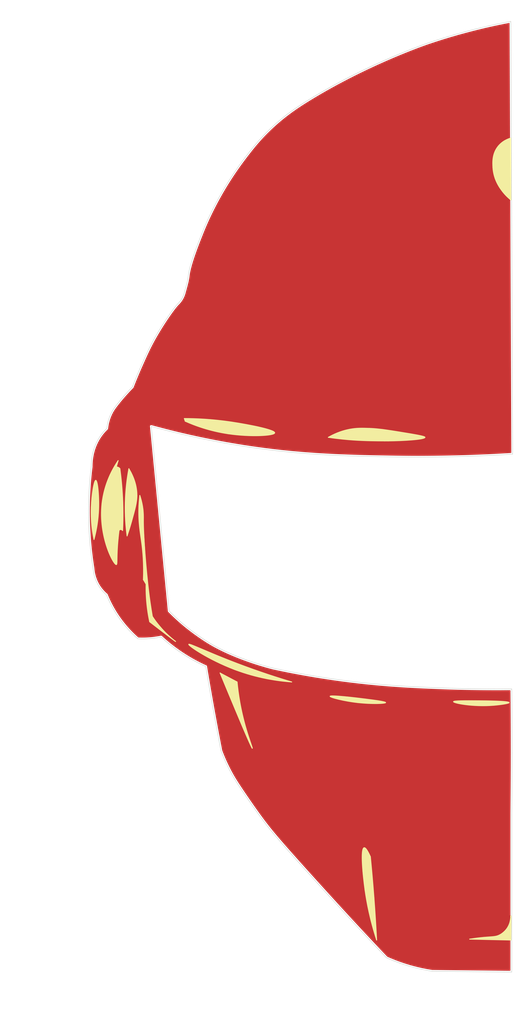
<source format=kicad_pcb>
(kicad_pcb (version 20211014) (generator pcbnew)
  (layers (0 "F.Cu" signal) (31 "B.Cu" signal) (34 "B.Paste" user) (35 "F.Paste" user) (36 "B.SilkS" user "B.Silkscreen") (37 "F.SilkS" user "F.Silkscreen") (38 "B.Mask" user) (39 "F.Mask" user) (44 "Edge.Cuts" user))
  (net 0 "")
  (gr_curve (pts (xy 104.8 281.6) (xy 103.379027 279.9605) (xy 102.334227 278.465846) (xy 101.625 277.366666)) (layer "F.SilkS") (width 0.35))
  (gr_curve (pts (xy 87.425 218.513888) (xy 87.660181 217.690737) (xy 87.895374 216.867596) (xy 88.130555 216.044444)) (layer "F.SilkS") (width 0.35))
  (gr_curve (pts (xy 101.625 277.366666) (xy 100.920553 273.306471) (xy 100.478192 269.99961) (xy 100.213889 267.841666)) (layer "F.SilkS") (width 0.35))
  (gr_poly (pts (xy 88 216.4) (xy 87.966837 216.445918) (xy 87.5 218.5) (xy 88.1 218.6) (xy 88.6 218.866666) (xy 88.836111 219.219444) (xy 89.3 223) (xy 89.7 227.5) (xy 90 231.6) (xy 90.1 236.7) (xy 89.9 243.4) (xy 89.5 243.3) (xy 89 243.2) (xy 88.7 243.3) (xy 88.483333 243.561111) (xy 88.2 246.3) (xy 87.9 249.6) (xy 87.7 252.7) (xy 87.7 255.3) (xy 87.6 256.5) (xy 87.5 256.8) (xy 87.425 256.966666) (xy 87.1 256.8) (xy 86.6 256.3) (xy 85.4 254.3) (xy 84.3 251.6) (xy 83.4 249.3) (xy 82.7 246.7) (xy 81.9 242.6) (xy 81.6 239.1) (xy 81.6 235.1) (xy 81.7 233.6) (xy 82.1 230.6) (xy 82.5 228.9) (xy 83.2 226.3) (xy 84 223.8) (xy 84.8 221.9) (xy 85.8 220.1) (xy 86.7 218.2) (xy 87.966837 216.445918) (xy 88 216.3)) (layer "F.SilkS") (width 0.15) (fill solid))
  (gr_curve (pts (xy 243 89.044444) (xy 243 97.158333) (xy 243 105.272222) (xy 243 113.386111)) (layer "F.SilkS") (width 0.35))
  (gr_curve (pts (xy 92.363889 219.219444) (xy 91.652347 223.010675) (xy 91.076273 227.525924) (xy 90.952777 232.625)) (layer "F.SilkS") (width 0.35))
  (gr_curve (pts (xy 243 404.780555) (xy 237.590748 404.66297) (xy 232.181474 404.545363) (xy 226.772222 404.427777)) (layer "F.SilkS") (width 0.35))
  (gr_curve (pts (xy 91.658333 245.677777) (xy 92.12524 244.325147) (xy 92.761076 242.389046) (xy 93.422222 240.033333)) (layer "F.SilkS") (width 0.35))
  (gr_curve (pts (xy 96.686111 229.741666) (xy 96.565253 230.732627) (xy 96.413604 232.197783) (xy 96.333333 233.975)) (layer "F.SilkS") (width 0.35))
  (gr_curve (pts (xy 134.697222 295.772222) (xy 143.827995 299.247699) (xy 151.460497 301.662237) (xy 156.569444 303.180555)) (layer "F.SilkS") (width 0.35))
  (gr_poly (pts (xy 93.3 220.7) (xy 94.4 223.5) (xy 95.2 226.2) (xy 95.538889 228.5) (xy 95.5 230.5) (xy 95.3 232.7) (xy 94.3 236.8) (xy 92.6 242.8) (xy 92 244.8) (xy 91.695204 245.156834) (xy 91.7 245.2) (xy 91.658333 245.2) (xy 91.695204 245.156834) (xy 91.5 243.4) (xy 91.1 240.1) (xy 91 236.2) (xy 90.952777 232.625) (xy 91.1 229.3) (xy 91.3 226.6) (xy 91.7 223.6) (xy 92.2 220.2) (xy 92.4 219.4)) (layer "F.SilkS") (width 0.15) (fill solid))
  (gr_curve (pts (xy 87.425 256.966666) (xy 87.915075 256.861139) (xy 87.406816 254.22254) (xy 88.130555 246.736111)) (layer "F.SilkS") (width 0.35))
  (gr_curve (pts (xy 232.416666 403.722222) (xy 236.017093 403.40523) (xy 237.137373 403.561228) (xy 238.766666 402.663888)) (layer "F.SilkS") (width 0.35))
  (gr_poly (pts (xy 128.5 299.7) (xy 135.05 303.180555) (xy 135.6 308.1) (xy 136.4 312.5) (xy 137.4 317.2) (xy 138.8 322.3) (xy 140 326) (xy 140.9 328.8) (xy 140.3 328) (xy 137.3 321.2) (xy 133.6 312.3) (xy 128.347222 299.5)) (layer "F.SilkS") (width 0.15) (fill solid))
  (gr_curve (pts (xy 97.744444 233.975) (xy 97.446584 232.170071) (xy 97.015301 230.714432) (xy 96.686111 229.741666)) (layer "F.SilkS") (width 0.35))
  (gr_curve (pts (xy 133.991666 298.241666) (xy 123.83531 294.390093) (xy 115.738431 288.882095) (xy 116 288.363888)) (layer "F.SilkS") (width 0.35))
  (gr_curve (pts (xy 156.569444 303.180555) (xy 151.004151 302.781807) (xy 142.985713 301.652461) (xy 133.991666 298.241666)) (layer "F.SilkS") (width 0.35))
  (gr_curve (pts (xy 138.577777 321.525) (xy 139.890488 326.000566) (xy 141.183131 329.231592) (xy 141.047222 329.286111)) (layer "F.SilkS") (width 0.35))
  (gr_curve (pts (xy 180.911111 207.930555) (xy 178.385597 207.759657) (xy 175.023938 207.45511) (xy 171.033333 206.872222)) (layer "F.SilkS") (width 0.35))
  (gr_curve (pts (xy 226.772222 404.427777) (xy 229.123779 404.048171) (xy 231.062421 403.841465) (xy 232.416666 403.722222)) (layer "F.SilkS") (width 0.35))
  (gr_curve (pts (xy 198.902777 204.755555) (xy 205.734983 205.871012) (xy 209.151097 206.42873) (xy 209.133333 206.872222)) (layer "F.SilkS") (width 0.35))
  (gr_curve (pts (xy 189.025 388.2) (xy 188.608251 382.67988) (xy 188.135347 377.269422) (xy 187.613889 371.972222)) (layer "F.SilkS") (width 0.35))
  (gr_curve (pts (xy 171.738889 308.825) (xy 171.828073 308.252963) (xy 181.703913 309.397962) (xy 185.497222 309.883333)) (layer "F.SilkS") (width 0.35))
  (gr_poly (pts (xy 243 113.2) (xy 242.8 113.4) (xy 242.8 113.386111) (xy 241.7 112.3) (xy 239.825 110.211111) (xy 238.1 107.7) (xy 236.8 105.1) (xy 236.3 103.3) (xy 235.9 100.9) (xy 235.944444 98.6) (xy 236.1 96.3) (xy 236.8 94.2) (xy 237.9 92.4) (xy 239.3 91.1) (xy 240.4 90.1) (xy 242.4 89.3) (xy 243 89.044444)) (layer "F.SilkS") (width 0.15) (fill solid))
  (gr_curve (pts (xy 242.294444 311.294444) (xy 242.270199 310.664293) (xy 232.330216 310.599784) (xy 230.652777 310.588888)) (layer "F.SilkS") (width 0.35))
  (gr_curve (pts (xy 182.675 311.294444) (xy 177.080638 310.675016) (xy 171.67214 309.253074) (xy 171.738889 308.825)) (layer "F.SilkS") (width 0.35))
  (gr_curve (pts (xy 88.130555 216.044444) (xy 85.958003 219.242978) (xy 82.653144 225.086355) (xy 81.780555 232.977777)) (layer "F.SilkS") (width 0.35))
  (gr_curve (pts (xy 100.213889 267.841666) (xy 99.212798 259.668242) (xy 97.994623 245.350404) (xy 98.097222 238.913889)) (layer "F.SilkS") (width 0.35))
  (gr_curve (pts (xy 98.097222 262.902777) (xy 98.45 263.490748) (xy 98.802778 264.078696) (xy 99.155556 264.666666)) (layer "F.SilkS") (width 0.35))
  (gr_curve (pts (xy 220.422222 310.941666) (xy 220.380622 311.498523) (xy 227.995769 313.033227) (xy 236.297222 312.352777)) (layer "F.SilkS") (width 0.35))
  (gr_curve (pts (xy 80.369444 236.505555) (xy 80.747899 230.381693) (xy 80.055714 223.827055) (xy 79.311111 223.805555)) (layer "F.SilkS") (width 0.35))
  (gr_curve (pts (xy 135.05 303.180555) (xy 135.471529 307.647724) (xy 136.383402 314.043436) (xy 138.577777 321.525)) (layer "F.SilkS") (width 0.35))
  (gr_poly (pts (xy 243 404.780555) (xy 232.7 404.6) (xy 227.6 404.4) (xy 228.7 404.2) (xy 230.9 403.9) (xy 234 403.6) (xy 235.7 403.6) (xy 236.5 403.4) (xy 237.7 403.2) (xy 238.6 402.8) (xy 239.7 402.1) (xy 240.8 401.2) (xy 241.5 400.2) (xy 242.3 399) (xy 242.7 397.3) (xy 243 395.5)) (layer "F.SilkS") (width 0.15) (fill solid))
  (gr_curve (pts (xy 99.861111 275.602777) (xy 100.063952 276.95164) (xy 100.302385 278.245919) (xy 100.566667 279.483333)) (layer "F.SilkS") (width 0.35))
  (gr_curve (pts (xy 179.5 203.697222) (xy 182.19161 203.188995) (xy 184.231645 203.244267) (xy 187.261111 203.344444)) (layer "F.SilkS") (width 0.35))
  (gr_curve (pts (xy 96.333333 233.975) (xy 96.053204 240.177162) (xy 96.898523 244.509929) (xy 97.391667 248.086111)) (layer "F.SilkS") (width 0.35))
  (gr_curve (pts (xy 141.047222 329.286111) (xy 140.870015 329.357209) (xy 138.424901 323.962792) (xy 128.347222 299.652777)) (layer "F.SilkS") (width 0.35))
  (gr_curve (pts (xy 193.611111 311.294444) (xy 193.584347 311.701267) (xy 188.194129 311.905561) (xy 182.675 311.294444)) (layer "F.SilkS") (width 0.35))
  (gr_curve (pts (xy 79.311111 223.805555) (xy 78.607407 223.785229) (xy 77.728563 229.596459) (xy 77.547222 234.388888)) (layer "F.SilkS") (width 0.35))
  (gr_curve (pts (xy 114.588889 200.522222) (xy 114.471303 200.169444) (xy 114.353696 199.816666) (xy 114.236111 199.463888)) (layer "F.SilkS") (width 0.35))
  (gr_curve (pts (xy 239.825 110.211111) (xy 238.775753 108.875033) (xy 236.234564 105.547501) (xy 235.944444 100.686111)) (layer "F.SilkS") (width 0.35))
  (gr_curve (pts (xy 187.261111 203.344444) (xy 189.375323 203.414358) (xy 191.833851 203.601459) (xy 198.902777 204.755555)) (layer "F.SilkS") (width 0.35))
  (gr_curve (pts (xy 93.422222 240.033333) (xy 94.820382 235.051531) (xy 95.519467 232.56063) (xy 95.538889 229.802777)) (layer "F.SilkS") (width 0.35))
  (gr_curve (pts (xy 209.133333 206.872222) (xy 209.098602 207.739772) (xy 200.272569 208.248947) (xy 194.669444 208.283333)) (layer "F.SilkS") (width 0.35))
  (gr_curve (pts (xy 241.941666 399.488888) (xy 243.114829 397.352262) (xy 242.916499 395.252864) (xy 243 395.255555)) (layer "F.SilkS") (width 0.35))
  (gr_curve (pts (xy 89.894444 243.561111) (xy 90.078025 239.674569) (xy 90.109967 235.423128) (xy 89.894444 230.861111)) (layer "F.SilkS") (width 0.35))
  (gr_curve (pts (xy 132.933333 200.875) (xy 139.071244 201.790997) (xy 149.986706 203.873708) (xy 149.866666 205.108333)) (layer "F.SilkS") (width 0.35))
  (gr_curve (pts (xy 193.258333 208.283333) (xy 190.283213 208.274817) (xy 185.809369 208.262016) (xy 180.911111 207.930555)) (layer "F.SilkS") (width 0.35))
  (gr_curve (pts (xy 99.155556 264.666666) (xy 99.090476 267.946333) (xy 99.262999 271.625501) (xy 99.861111 275.602777)) (layer "F.SilkS") (width 0.35))
  (gr_curve (pts (xy 97.391667 248.086111) (xy 97.876639 251.603058) (xy 98.327645 256.611904) (xy 98.097222 262.902777)) (layer "F.SilkS") (width 0.35))
  (gr_curve (pts (xy 149.866666 205.108333) (xy 149.756962 206.236591) (xy 140.419547 206.777794) (xy 131.522222 205.461111)) (layer "F.SilkS") (width 0.35))
  (gr_curve (pts (xy 98.097222 238.913889) (xy 98.106825 238.311772) (xy 98.14948 236.429393) (xy 97.744444 233.975)) (layer "F.SilkS") (width 0.35))
  (gr_curve (pts (xy 88.483333 243.561111) (xy 88.531769 243.465961) (xy 88.638287 243.295968) (xy 88.836111 243.208333)) (layer "F.SilkS") (width 0.35))
  (gr_curve (pts (xy 187.613889 371.972222) (xy 186.816091 370.192765) (xy 185.813116 368.296068) (xy 185.144444 368.444444)) (layer "F.SilkS") (width 0.35))
  (gr_poly (pts (xy 117.3 288.7) (xy 121.2 290.2) (xy 124.5 291.6) (xy 128 293.1) (xy 131.3 294.4) (xy 137.7 296.9) (xy 143.5 299) (xy 148.9 300.8) (xy 154 302.4) (xy 155.887742 302.996129) (xy 156 303) (xy 155.9 303) (xy 155.887742 302.996129) (xy 153.1 302.9) (xy 147 302) (xy 141.1 300.6) (xy 138 299.6) (xy 134.7 298.6) (xy 130.6 296.9) (xy 125.6 294.5) (xy 121.5 292.3) (xy 119.1 290.9) (xy 116.8 289.2) (xy 116 288.5) (xy 116.4 288.3)) (layer "F.SilkS") (width 0.15) (fill solid))
  (gr_curve (pts (xy 81.780555 232.977777) (xy 80.336813 246.034539) (xy 86.381534 257.191351) (xy 87.425 256.966666)) (layer "F.SilkS") (width 0.35))
  (gr_curve (pts (xy 88.483333 218.866666) (xy 88.070449 218.55903) (xy 87.627065 218.518722) (xy 87.425 218.513888)) (layer "F.SilkS") (width 0.35))
  (gr_curve (pts (xy 243 395.255555) (xy 243.080012 395.258139) (xy 243.12271 397.18188) (xy 243 404.780555)) (layer "F.SilkS") (width 0.35))
  (gr_poly (pts (xy 79.7 224.3) (xy 80.1 226) (xy 80.4 229.7) (xy 80.5 233.7) (xy 80.3 237.8) (xy 79.8 241.9) (xy 78.8 246.4) (xy 78.6 246.7) (xy 78.6 246.8) (xy 77.9 243) (xy 77.5 237.4) (xy 77.6 233) (xy 78 229) (xy 78.6 225.7) (xy 79 224.3) (xy 79.2 223.9) (xy 79.5 223.9)) (layer "F.SilkS") (width 0.15) (fill solid))
  (gr_poly (pts (xy 97.5 232.7) (xy 98 235.1) (xy 98.1 236.9) (xy 98.2 243.3) (xy 99 256.1) (xy 100.1 267) (xy 101.625 277.366666) (xy 102.9 279.2) (xy 106.7 283.7) (xy 110.440157 286.948031) (xy 110.7 287) (xy 110.5 287) (xy 110.440157 286.948031) (xy 110.2 286.9) (xy 100.549344 279.485697) (xy 99.582677 272.402364) (xy 99.2 268.7) (xy 99.155556 264.666666) (xy 98.097222 262.902777) (xy 98.2 260.5) (xy 98.1 255.6) (xy 97.7 250.9) (xy 97.5 248.7) (xy 96.7 243.6) (xy 96.4 240.2) (xy 96.333333 236.5) (xy 96.3 233.5) (xy 96.6 231) (xy 96.8 230.2)) (layer "F.SilkS") (width 0.15) (fill solid))
  (gr_poly (pts (xy 187.8 203.344444) (xy 192.4 203.7) (xy 203.8 205.5) (xy 208.6 206.5) (xy 209.1 206.8) (xy 208.9 207.1) (xy 208.4 207.3) (xy 205.5 207.8) (xy 198.9 208.1) (xy 191.9 208.3) (xy 187.5 208.2) (xy 180.911111 207.930555) (xy 176.4 207.5) (xy 171.3 206.872222) (xy 171.3 206.7) (xy 171.2 206.7) (xy 173 205.8) (xy 177 204.3) (xy 180.1 203.6) (xy 182.9 203.3)) (layer "F.SilkS") (width 0.15) (fill solid))
  (gr_poly (pts (xy 173.8 308.7) (xy 178.4 309) (xy 182.4 309.5) (xy 186 310) (xy 190.3 310.5) (xy 193.3 311.1) (xy 193.611111 311.294444) (xy 192.7 311.6) (xy 188 311.7) (xy 184.4 311.4) (xy 180.3 311) (xy 176.7 310.4) (xy 173.4 309.6) (xy 172 309) (xy 171.9 308.8) (xy 172.3 308.6)) (layer "F.SilkS") (width 0.15) (fill solid))
  (gr_curve (pts (xy 194.669444 208.283333) (xy 194.220591 208.286089) (xy 193.896106 208.285163) (xy 193.258333 208.283333)) (layer "F.SilkS") (width 0.35))
  (gr_curve (pts (xy 114.236111 199.463888) (xy 118.636251 199.472835) (xy 125.140032 199.711957) (xy 132.933333 200.875)) (layer "F.SilkS") (width 0.35))
  (gr_poly (pts (xy 117.1 199.5) (xy 124 199.8) (xy 129.3 200.4) (xy 132.8 200.875) (xy 137.2 201.6) (xy 142.9 202.6) (xy 146.2 203.4) (xy 149.4 204.5) (xy 149.8 204.9) (xy 149.7 205.4) (xy 148.5 205.8) (xy 146 206.1) (xy 141.7 206.3) (xy 137.7 206.1) (xy 133.3 205.7) (xy 129.5 205.1) (xy 125.1 204.2) (xy 121.4 203.1) (xy 117.8 201.9) (xy 114.588889 200.522222) (xy 114.236111 199.463888)) (layer "F.SilkS") (width 0.15) (fill solid))
  (gr_curve (pts (xy 235.944444 100.686111) (xy 235.826837 98.715322) (xy 235.615782 95.178811) (xy 238.061111 92.219444)) (layer "F.SilkS") (width 0.35))
  (gr_curve (pts (xy 95.538889 229.802777) (xy 95.554004 227.655988) (xy 95.177735 223.84273) (xy 92.363889 219.219444)) (layer "F.SilkS") (width 0.35))
  (gr_curve (pts (xy 190.083333 404.780555) (xy 189.800534 399.361011) (xy 189.450232 393.832515) (xy 189.025 388.2)) (layer "F.SilkS") (width 0.35))
  (gr_curve (pts (xy 89.894444 230.861111) (xy 89.697202 226.686107) (xy 89.318338 222.793741) (xy 88.836111 219.219444)) (layer "F.SilkS") (width 0.35))
  (gr_poly (pts (xy 185.7 368.6) (xy 186.3 369.5) (xy 187.613889 371.972222) (xy 188.2 378.7) (xy 189.1 388.9) (xy 190 402.3) (xy 190 404.28) (xy 190.1 404.6) (xy 190 404.4) (xy 190 404.28) (xy 188.6 399.8) (xy 187.2 394.1) (xy 186.1 388.7) (xy 185.4 384.2) (xy 184.9 380.4) (xy 184.6 377.7) (xy 184.5 374.5) (xy 184.4 371.9) (xy 184.5 370) (xy 184.8 368.8) (xy 185.2 368.444444)) (layer "F.SilkS") (width 0.15) (fill solid))
  (gr_curve (pts (xy 171.033333 206.872222) (xy 172.889723 205.792389) (xy 175.767476 204.401991) (xy 179.5 203.697222)) (layer "F.SilkS") (width 0.35))
  (gr_curve (pts (xy 77.547222 234.388888) (xy 77.345867 239.710269) (xy 77.991887 244.108192) (xy 78.605555 247.088888)) (layer "F.SilkS") (width 0.35))
  (gr_curve (pts (xy 131.522222 205.461111) (xy 124.241379 204.383646) (xy 118.450733 202.238967) (xy 114.588889 200.522222)) (layer "F.SilkS") (width 0.35))
  (gr_curve (pts (xy 185.144444 368.444444) (xy 183.621174 368.782451) (xy 184.724616 379.535391) (xy 185.497222 385.025)) (layer "F.SilkS") (width 0.35))
  (gr_curve (pts (xy 238.766666 402.663888) (xy 239.150385 402.452553) (xy 240.852736 401.472101) (xy 241.941666 399.488888)) (layer "F.SilkS") (width 0.35))
  (gr_curve (pts (xy 90.952777 232.625) (xy 90.833437 237.552412) (xy 91.162724 241.950808) (xy 91.658333 245.677777)) (layer "F.SilkS") (width 0.35))
  (gr_curve (pts (xy 185.497222 309.883333) (xy 189.230521 310.361038) (xy 193.635442 310.924656) (xy 193.611111 311.294444)) (layer "F.SilkS") (width 0.35))
  (gr_curve (pts (xy 238.061111 92.219444) (xy 239.749983 90.175552) (xy 241.914235 89.365099) (xy 243 89.044444)) (layer "F.SilkS") (width 0.35))
  (gr_curve (pts (xy 185.497222 385.025) (xy 186.198493 390.007684) (xy 187.492514 396.80236) (xy 190.083333 404.780555)) (layer "F.SilkS") (width 0.35))
  (gr_curve (pts (xy 243 113.386111) (xy 242.143269 112.711949) (xy 240.974434 111.674759) (xy 239.825 110.211111)) (layer "F.SilkS") (width 0.35))
  (gr_curve (pts (xy 236.297222 312.352777) (xy 238.74001 312.152553) (xy 242.309 311.67306) (xy 242.294444 311.294444)) (layer "F.SilkS") (width 0.35))
  (gr_curve (pts (xy 88.130555 246.736111) (xy 88.250315 245.49734) (xy 88.375103 244.422643) (xy 88.483333 243.561111)) (layer "F.SilkS") (width 0.35))
  (gr_curve (pts (xy 110.797222 287.244444) (xy 110.829391 287.203146) (xy 107.874102 285.146833) (xy 104.8 281.6)) (layer "F.SilkS") (width 0.35))
  (gr_curve (pts (xy 128.347222 299.652777) (xy 130.581474 300.828696) (xy 132.815748 302.004636) (xy 135.05 303.180555)) (layer "F.SilkS") (width 0.35))
  (gr_curve (pts (xy 88.836111 243.208333) (xy 89.159304 243.065168) (xy 89.596702 243.199182) (xy 89.894444 243.561111)) (layer "F.SilkS") (width 0.35))
  (gr_curve (pts (xy 230.652777 310.588888) (xy 224.827078 310.551079) (xy 220.453529 310.5227) (xy 220.422222 310.941666)) (layer "F.SilkS") (width 0.35))
  (gr_curve (pts (xy 78.605555 247.088888) (xy 79.281881 244.626313) (xy 80.092943 240.979701) (xy 80.369444 236.505555)) (layer "F.SilkS") (width 0.35))
  (gr_curve (pts (xy 116 288.363888) (xy 116.228173 287.91187) (xy 122.81877 291.250878) (xy 134.697222 295.772222)) (layer "F.SilkS") (width 0.35))
  (gr_poly (pts (xy 236.4 310.7) (xy 239.7 310.8) (xy 241.4 311) (xy 242.2 311.2) (xy 242 311.5) (xy 239.8 312) (xy 236.9 312.3) (xy 233.4 312.5) (xy 230 312.5) (xy 225.5 312.1) (xy 223 311.8) (xy 221.7 311.5) (xy 220.6 311.1) (xy 220.6 310.941666) (xy 220.8 310.7) (xy 222.2 310.6) (xy 228.1 310.6) (xy 231.2 310.588888) (xy 233.7 310.588888)) (layer "F.SilkS") (width 0.15) (fill solid))
  (gr_curve (pts (xy 88.836111 219.219444) (xy 88.754225 219.110138) (xy 88.639751 218.983207) (xy 88.483333 218.866666)) (layer "F.SilkS") (width 0.35))
  (gr_curve (pts (xy 100.566667 279.483333) (xy 108.783908 285.803554) (xy 110.770544 287.278701) (xy 110.797222 287.244444)) (layer "F.SilkS") (width 0.35))
  (gr_curve (pts (xy 83.685134 203.37313) (xy 83.855451 201.801122) (xy 84.307706 199.430057) (xy 85.661111 196.911111)) (layer "Edge.Cuts") (width 0.2))
  (gr_curve (pts (xy 108.238889 275.227777) (xy 110.154642 277.173718) (xy 112.513176 279.37494) (xy 115.337487 281.64233)) (layer "Edge.Cuts") (width 0.2))
  (gr_curve (pts (xy 243.352778 417.397222) (xy 232.924732 417.280045) (xy 222.431294 417.16218) (xy 211.955556 417.044444)) (layer "Edge.Cuts") (width 0.2))
  (gr_curve (pts (xy 97.302778 178.566666) (xy 99.146625 174.426824) (xy 100.324837 171.781486) (xy 102.241667 168.33611)) (layer "Edge.Cuts") (width 0.2))
  (gr_curve (pts (xy 187.613889 405.049999) (xy 183.402131 400.576328) (xy 177.354287 394.096275) (xy 166.8 382.472222)) (layer "Edge.Cuts") (width 0.2))
  (gr_curve (pts (xy 111.766667 154.224999) (xy 111.944907 154.0479) (xy 112.576652 153.439152) (xy 113.177778 152.46111)) (layer "Edge.Cuts") (width 0.2))
  (gr_curve (pts (xy 216.541667 305.566666) (xy 227.403579 305.969979) (xy 236.57339 305.993901) (xy 243.352778 305.919444)) (layer "Edge.Cuts") (width 0.2))
  (gr_curve (pts (xy 83.544445 268.877777) (xy 82.680425 268.145931) (xy 81.650869 267.109711) (xy 80.722222 265.702777)) (layer "Edge.Cuts") (width 0.2))
  (gr_curve (pts (xy 93.775 187.033333) (xy 94.618316 184.861792) (xy 95.793826 181.954584) (xy 97.302778 178.566666)) (layer "Edge.Cuts") (width 0.2))
  (gr_curve (pts (xy 199.255556 413.869444) (xy 197.367643 413.20299) (xy 195.603259 412.488025) (xy 193.963889 411.752777)) (layer "Edge.Cuts") (width 0.2))
  (gr_curve (pts (xy 112.119445 291.102777) (xy 109.384254 289.203711) (xy 107.041266 287.272929) (xy 105.063889 285.458333)) (layer "Edge.Cuts") (width 0.2))
  (gr_curve (pts (xy 123.761111 287.574999) (xy 134.727561 294.309989) (xy 149.513846 297.805555) (xy 149.513889 297.805555)) (layer "Edge.Cuts") (width 0.2))
  (gr_curve (pts (xy 77.547222 218.430555) (xy 77.542259 215.866134) (xy 77.933418 211.0177) (xy 81.075 206.43611)) (layer "Edge.Cuts") (width 0.2))
  (gr_curve (pts (xy 149.513889 297.805555) (xy 161.188198 300.307685) (xy 171.089467 301.809014) (xy 178.441667 302.744444)) (layer "Edge.Cuts") (width 0.2))
  (gr_curve (pts (xy 86.719445 275.227777) (xy 85.371917 272.988013) (xy 84.340305 270.836163) (xy 83.544445 268.877777)) (layer "Edge.Cuts") (width 0.2))
  (gr_curve (pts (xy 105.063889 285.458333) (xy 103.421074 285.792873) (xy 101.526357 286.063507) (xy 99.419445 286.163888)) (layer "Edge.Cuts") (width 0.2))
  (gr_curve (pts (xy 95.891667 286.163888) (xy 93.090126 283.711411) (xy 89.676532 280.14283) (xy 86.719445 275.227777)) (layer "Edge.Cuts") (width 0.2))
  (gr_curve (pts (xy 195.727778 214.549999) (xy 176.512973 214.210507) (xy 157.412136 213.795405) (xy 132.933333 209.611111)) (layer "Edge.Cuts") (width 0.2))
  (gr_curve (pts (xy 99.419445 286.163888) (xy 98.16206 286.22379) (xy 96.982007 286.21578) (xy 95.891667 286.163888)) (layer "Edge.Cuts") (width 0.2))
  (gr_curve (pts (xy 243.352778 417.397222) (xy 243.352778 396.642136) (xy 243.352778 376.063418) (xy 243.352778 355.484722)) (layer "Edge.Cuts") (width 0.2))
  (gr_curve (pts (xy 85.661111 196.911111) (xy 86.038166 196.209345) (xy 86.562628 195.351903) (xy 88.130556 193.383333)) (layer "Edge.Cuts") (width 0.2))
  (gr_curve (pts (xy 166.8 382.472222) (xy 152.233383 366.429166) (xy 148.714864 362.209613) (xy 145.633334 358.130555)) (layer "Edge.Cuts") (width 0.2))
  (gr_curve (pts (xy 115.337487 281.64233) (xy 115.337508 281.642351) (xy 119.372619 284.879837) (xy 123.761111 287.574999)) (layer "Edge.Cuts") (width 0.2))
  (gr_curve (pts (xy 148.102778 85.433333) (xy 153.445497 80.344378) (xy 158.431713 76.970728) (xy 163.625 73.791666)) (layer "Edge.Cuts") (width 0.2))
  (gr_curve (pts (xy 210.544445 51.566667) (xy 218.777469 48.784737) (xy 229.747579 45.583161) (xy 243 43.1)) (layer "Edge.Cuts") (width 0.2))
  (gr_curve (pts (xy 78.252778 258.294444) (xy 77.333465 252.57326) (xy 76.627694 245.93357) (xy 76.488889 238.538888)) (layer "Edge.Cuts") (width 0.2))
  (gr_curve (pts (xy 121.291667 126.355555) (xy 123.172129 121.64317) (xy 128.294663 109.706609) (xy 138.225 96.722222)) (layer "Edge.Cuts") (width 0.2))
  (gr_curve (pts (xy 145.633334 358.130555) (xy 142.427844 353.887425) (xy 139.170205 349.101412) (xy 137.872222 347.194444)) (layer "Edge.Cuts") (width 0.2))
  (gr_curve (pts (xy 178.441667 302.744444) (xy 193.756516 304.692968) (xy 205.711148 305.164537) (xy 216.541667 305.566666)) (layer "Edge.Cuts") (width 0.2))
  (gr_curve (pts (xy 126.230556 317.208333) (xy 124.985434 310.432584) (xy 123.810721 303.72888) (xy 122.702778 297.099999)) (layer "Edge.Cuts") (width 0.2))
  (gr_curve (pts (xy 101.183333 202.555555) (xy 103.535182 226.779625) (xy 105.88703 251.003696) (xy 108.238889 275.227777)) (layer "Edge.Cuts") (width 0.2))
  (gr_curve (pts (xy 88.130556 193.383333) (xy 89.419075 191.76557) (xy 91.287609 189.553948) (xy 93.775 187.033333)) (layer "Edge.Cuts") (width 0.2))
  (gr_curve (pts (xy 243.485113 331.310034) (xy 243.481409 343.386774) (xy 243.364836 352.276972) (xy 243.352778 355.484722)) (layer "Edge.Cuts") (width 0.2))
  (gr_curve (pts (xy 211.955556 417.044444) (xy 208.173917 416.468036) (xy 203.867096 415.497338) (xy 199.255556 413.869444)) (layer "Edge.Cuts") (width 0.2))
  (gr_curve (pts (xy 102.241667 168.33611) (xy 105.503225 162.473688) (xy 109.923153 156.056649) (xy 111.766667 154.224999)) (layer "Edge.Cuts") (width 0.2))
  (gr_curve (pts (xy 132.933333 209.611111) (xy 119.501466 207.315127) (xy 108.56669 204.586471) (xy 101.183333 202.555555)) (layer "Edge.Cuts") (width 0.2))
  (gr_curve (pts (xy 81.075 206.43611) (xy 81.914613 205.211648) (xy 82.817346 204.200685) (xy 83.685134 203.37313)) (layer "Edge.Cuts") (width 0.2))
  (gr_curve (pts (xy 243.705556 213.491666) (xy 224.561849 214.668554) (xy 208.252444 214.771293) (xy 195.727778 214.549999)) (layer "Edge.Cuts") (width 0.2))
  (gr_curve (pts (xy 122.702778 297.099999) (xy 119.551872 295.676141) (xy 115.920052 293.74157) (xy 112.119445 291.102777)) (layer "Edge.Cuts") (width 0.2))
  (gr_curve (pts (xy 137.872222 347.194444) (xy 134.767825 342.633568) (xy 133.714681 340.845951) (xy 132.933333 339.433333)) (layer "Edge.Cuts") (width 0.2))
  (gr_curve (pts (xy 138.225 96.722222) (xy 140.783996 93.3762) (xy 143.612527 89.7103) (xy 148.102778 85.433333)) (layer "Edge.Cuts") (width 0.2))
  (gr_curve (pts (xy 80.722222 265.702777) (xy 78.793669 262.780992) (xy 78.362386 259.869606) (xy 78.252778 258.294444)) (layer "Edge.Cuts") (width 0.2))
  (gr_curve (pts (xy 114.236111 149.991666) (xy 115.145294 146.726997) (xy 115.599874 145.094667) (xy 115.797945 143.350319)) (layer "Edge.Cuts") (width 0.2))
  (gr_curve (pts (xy 128.7 330.261111) (xy 127.860861 325.949617) (xy 127.037311 321.598569) (xy 126.230556 317.208333)) (layer "Edge.Cuts") (width 0.2))
  (gr_curve (pts (xy 115.797945 143.350319) (xy 116.310253 138.838788) (xy 119.485339 130.88213) (xy 121.291667 126.355555)) (layer "Edge.Cuts") (width 0.2))
  (gr_curve (pts (xy 76.488889 238.538888) (xy 76.347748 231.01972) (xy 76.821621 224.255469) (xy 77.547222 218.430555)) (layer "Edge.Cuts") (width 0.2))
  (gr_curve (pts (xy 132.933333 339.433333) (xy 130.888885 335.737154) (xy 129.543209 332.507636) (xy 128.7 330.261111)) (layer "Edge.Cuts") (width 0.2))
  (gr_curve (pts (xy 243 43.1) (xy 243.235193 99.897222) (xy 243.470363 156.694444) (xy 243.705556 213.491666)) (layer "Edge.Cuts") (width 0.2))
  (gr_curve (pts (xy 163.625 73.791666) (xy 187.170355 59.37842) (xy 210.544402 51.566678) (xy 210.544445 51.566667)) (layer "Edge.Cuts") (width 0.2))
  (gr_curve (pts (xy 243.352778 305.919444) (xy 243.416512 311.818395) (xy 243.488386 320.613185) (xy 243.485113 331.310034)) (layer "Edge.Cuts") (width 0.2))
  (gr_curve (pts (xy 113.177778 152.46111) (xy 113.841906 151.380535) (xy 114.115985 150.422981) (xy 114.236111 149.991666)) (layer "Edge.Cuts") (width 0.2))
  (gr_curve (pts (xy 193.963889 411.752777) (xy 192.402744 410.115237) (xy 190.215474 407.813354) (xy 187.613889 405.049999)) (layer "Edge.Cuts") (width 0.2))
  (zone (net 0) (net_name "") (layer "F.Cu") (connect_pads (clearance 0.508)) (min_thickness 0.254) (fill yes (thermal_gap 0.508) (thermal_bridge_width 0.508))
    (polygon (pts (xy 248.8 436.2) (xy 195 437.8) (xy 59.2 350.5) (xy 58.3 35.1) (xy 249 34.7)))
  )
)
</source>
